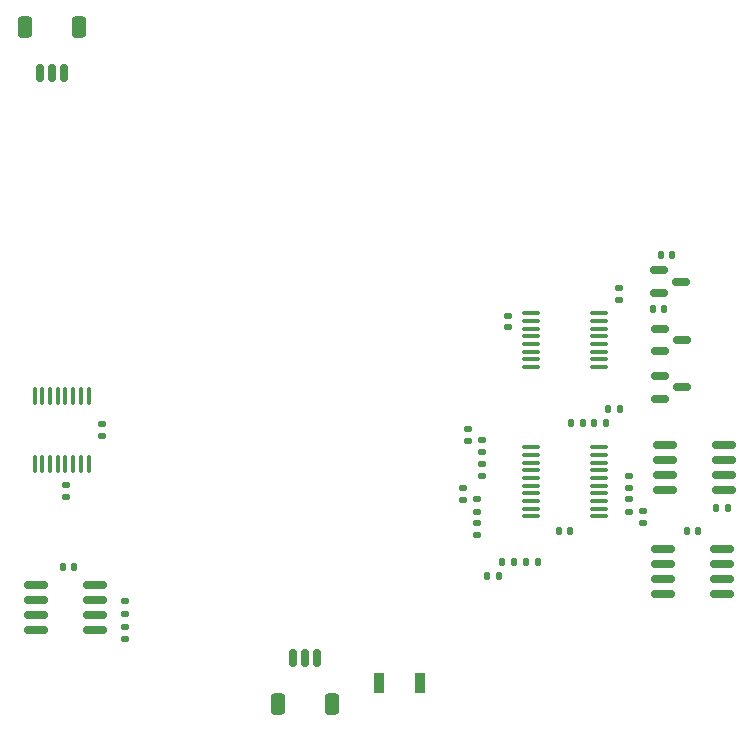
<source format=gtp>
%TF.GenerationSoftware,KiCad,Pcbnew,8.0.2*%
%TF.CreationDate,2024-09-15T12:36:31-05:00*%
%TF.ProjectId,Axis_MCU_V3,41786973-5f4d-4435-955f-56332e6b6963,rev?*%
%TF.SameCoordinates,Original*%
%TF.FileFunction,Paste,Top*%
%TF.FilePolarity,Positive*%
%FSLAX46Y46*%
G04 Gerber Fmt 4.6, Leading zero omitted, Abs format (unit mm)*
G04 Created by KiCad (PCBNEW 8.0.2) date 2024-09-15 12:36:31*
%MOMM*%
%LPD*%
G01*
G04 APERTURE LIST*
G04 Aperture macros list*
%AMRoundRect*
0 Rectangle with rounded corners*
0 $1 Rounding radius*
0 $2 $3 $4 $5 $6 $7 $8 $9 X,Y pos of 4 corners*
0 Add a 4 corners polygon primitive as box body*
4,1,4,$2,$3,$4,$5,$6,$7,$8,$9,$2,$3,0*
0 Add four circle primitives for the rounded corners*
1,1,$1+$1,$2,$3*
1,1,$1+$1,$4,$5*
1,1,$1+$1,$6,$7*
1,1,$1+$1,$8,$9*
0 Add four rect primitives between the rounded corners*
20,1,$1+$1,$2,$3,$4,$5,0*
20,1,$1+$1,$4,$5,$6,$7,0*
20,1,$1+$1,$6,$7,$8,$9,0*
20,1,$1+$1,$8,$9,$2,$3,0*%
G04 Aperture macros list end*
%ADD10RoundRect,0.100000X0.637500X0.100000X-0.637500X0.100000X-0.637500X-0.100000X0.637500X-0.100000X0*%
%ADD11RoundRect,0.140000X0.170000X-0.140000X0.170000X0.140000X-0.170000X0.140000X-0.170000X-0.140000X0*%
%ADD12RoundRect,0.150000X0.825000X0.150000X-0.825000X0.150000X-0.825000X-0.150000X0.825000X-0.150000X0*%
%ADD13RoundRect,0.135000X0.185000X-0.135000X0.185000X0.135000X-0.185000X0.135000X-0.185000X-0.135000X0*%
%ADD14RoundRect,0.150000X-0.587500X-0.150000X0.587500X-0.150000X0.587500X0.150000X-0.587500X0.150000X0*%
%ADD15RoundRect,0.135000X0.135000X0.185000X-0.135000X0.185000X-0.135000X-0.185000X0.135000X-0.185000X0*%
%ADD16RoundRect,0.100000X-0.100000X0.637500X-0.100000X-0.637500X0.100000X-0.637500X0.100000X0.637500X0*%
%ADD17RoundRect,0.135000X-0.135000X-0.185000X0.135000X-0.185000X0.135000X0.185000X-0.135000X0.185000X0*%
%ADD18RoundRect,0.140000X0.140000X0.170000X-0.140000X0.170000X-0.140000X-0.170000X0.140000X-0.170000X0*%
%ADD19RoundRect,0.150000X-0.825000X-0.150000X0.825000X-0.150000X0.825000X0.150000X-0.825000X0.150000X0*%
%ADD20RoundRect,0.140000X-0.140000X-0.170000X0.140000X-0.170000X0.140000X0.170000X-0.140000X0.170000X0*%
%ADD21RoundRect,0.135000X-0.185000X0.135000X-0.185000X-0.135000X0.185000X-0.135000X0.185000X0.135000X0*%
%ADD22RoundRect,0.150000X-0.150000X-0.625000X0.150000X-0.625000X0.150000X0.625000X-0.150000X0.625000X0*%
%ADD23RoundRect,0.250000X-0.350000X-0.650000X0.350000X-0.650000X0.350000X0.650000X-0.350000X0.650000X0*%
%ADD24RoundRect,0.100000X-0.637500X-0.100000X0.637500X-0.100000X0.637500X0.100000X-0.637500X0.100000X0*%
%ADD25RoundRect,0.150000X0.150000X0.625000X-0.150000X0.625000X-0.150000X-0.625000X0.150000X-0.625000X0*%
%ADD26RoundRect,0.250000X0.350000X0.650000X-0.350000X0.650000X-0.350000X-0.650000X0.350000X-0.650000X0*%
%ADD27R,0.900000X1.700000*%
G04 APERTURE END LIST*
D10*
%TO.C,U5*%
X124862500Y-72925000D03*
X124862500Y-72275000D03*
X124862500Y-71625000D03*
X124862500Y-70975000D03*
X124862500Y-70325000D03*
X124862500Y-69675000D03*
X124862500Y-69025000D03*
X124862500Y-68375000D03*
X124862500Y-67725000D03*
X124862500Y-67075000D03*
X119137500Y-67075000D03*
X119137500Y-67725000D03*
X119137500Y-68375000D03*
X119137500Y-69025000D03*
X119137500Y-69675000D03*
X119137500Y-70325000D03*
X119137500Y-70975000D03*
X119137500Y-71625000D03*
X119137500Y-72275000D03*
X119137500Y-72925000D03*
%TD*%
D11*
%TO.C,C1*%
X117200000Y-56880000D03*
X117200000Y-55920000D03*
%TD*%
D12*
%TO.C,U9*%
X135475000Y-70705000D03*
X135475000Y-69435000D03*
X135475000Y-68165000D03*
X135475000Y-66895000D03*
X130525000Y-66895000D03*
X130525000Y-68165000D03*
X130525000Y-69435000D03*
X130525000Y-70705000D03*
%TD*%
D13*
%TO.C,R17*%
X115000000Y-69510000D03*
X115000000Y-68490000D03*
%TD*%
%TO.C,R15*%
X113400000Y-71510000D03*
X113400000Y-70490000D03*
%TD*%
D14*
%TO.C,D1*%
X130062500Y-57050000D03*
X130062500Y-58950000D03*
X131937500Y-58000000D03*
%TD*%
D13*
%TO.C,R3*%
X79800000Y-71310000D03*
X79800000Y-70290000D03*
%TD*%
D15*
%TO.C,R7*%
X125510000Y-65000000D03*
X124490000Y-65000000D03*
%TD*%
D16*
%TO.C,U3*%
X81675000Y-62737500D03*
X81025000Y-62737500D03*
X80375000Y-62737500D03*
X79725000Y-62737500D03*
X79075000Y-62737500D03*
X78425000Y-62737500D03*
X77775000Y-62737500D03*
X77125000Y-62737500D03*
X77125000Y-68462500D03*
X77775000Y-68462500D03*
X78425000Y-68462500D03*
X79075000Y-68462500D03*
X79725000Y-68462500D03*
X80375000Y-68462500D03*
X81025000Y-68462500D03*
X81675000Y-68462500D03*
%TD*%
D13*
%TO.C,R18*%
X113800000Y-66510000D03*
X113800000Y-65490000D03*
%TD*%
D14*
%TO.C,D2*%
X130062500Y-61050000D03*
X130062500Y-62950000D03*
X131937500Y-62000000D03*
%TD*%
D17*
%TO.C,R8*%
X122490000Y-65000000D03*
X123510000Y-65000000D03*
%TD*%
D15*
%TO.C,R4*%
X119740000Y-76800000D03*
X118720000Y-76800000D03*
%TD*%
D18*
%TO.C,C4*%
X133280000Y-74200000D03*
X132320000Y-74200000D03*
%TD*%
D19*
%TO.C,U8*%
X77250000Y-78730000D03*
X77250000Y-80000000D03*
X77250000Y-81270000D03*
X77250000Y-82540000D03*
X82200000Y-82540000D03*
X82200000Y-81270000D03*
X82200000Y-80000000D03*
X82200000Y-78730000D03*
%TD*%
D20*
%TO.C,C9*%
X129457500Y-55400000D03*
X130417500Y-55400000D03*
%TD*%
D21*
%TO.C,R16*%
X115000000Y-66490000D03*
X115000000Y-67510000D03*
%TD*%
D12*
%TO.C,U4*%
X135275000Y-79505000D03*
X135275000Y-78235000D03*
X135275000Y-76965000D03*
X135275000Y-75695000D03*
X130325000Y-75695000D03*
X130325000Y-76965000D03*
X130325000Y-78235000D03*
X130325000Y-79505000D03*
%TD*%
D21*
%TO.C,R2*%
X84725000Y-80125000D03*
X84725000Y-81145000D03*
%TD*%
D14*
%TO.C,U7*%
X130000000Y-52100000D03*
X130000000Y-54000000D03*
X131875000Y-53050000D03*
%TD*%
D11*
%TO.C,C2*%
X126600000Y-54560000D03*
X126600000Y-53600000D03*
%TD*%
D13*
%TO.C,R14*%
X114600000Y-74510000D03*
X114600000Y-73490000D03*
%TD*%
D21*
%TO.C,R12*%
X128600000Y-72490000D03*
X128600000Y-73510000D03*
%TD*%
D15*
%TO.C,R6*%
X116400000Y-78000000D03*
X115380000Y-78000000D03*
%TD*%
D21*
%TO.C,R13*%
X114600000Y-71490000D03*
X114600000Y-72510000D03*
%TD*%
D18*
%TO.C,C10*%
X135800000Y-72200000D03*
X134840000Y-72200000D03*
%TD*%
%TO.C,C7*%
X80480000Y-77200000D03*
X79520000Y-77200000D03*
%TD*%
D22*
%TO.C,J1*%
X99000000Y-84925000D03*
X100000000Y-84925000D03*
X101000000Y-84925000D03*
D23*
X97700000Y-88800000D03*
X102300000Y-88800000D03*
%TD*%
D24*
%TO.C,U2*%
X119137500Y-55725000D03*
X119137500Y-56375000D03*
X119137500Y-57025000D03*
X119137500Y-57675000D03*
X119137500Y-58325000D03*
X119137500Y-58975000D03*
X119137500Y-59625000D03*
X119137500Y-60275000D03*
X124862500Y-60275000D03*
X124862500Y-59625000D03*
X124862500Y-58975000D03*
X124862500Y-58325000D03*
X124862500Y-57675000D03*
X124862500Y-57025000D03*
X124862500Y-56375000D03*
X124862500Y-55725000D03*
%TD*%
D21*
%TO.C,R11*%
X127400000Y-69490000D03*
X127400000Y-70510000D03*
%TD*%
D20*
%TO.C,C8*%
X130120000Y-50800000D03*
X131080000Y-50800000D03*
%TD*%
D25*
%TO.C,J4*%
X79600000Y-35400000D03*
X78600000Y-35400000D03*
X77600000Y-35400000D03*
D26*
X80900000Y-31525000D03*
X76300000Y-31525000D03*
%TD*%
D13*
%TO.C,R10*%
X127400000Y-72510000D03*
X127400000Y-71490000D03*
%TD*%
D20*
%TO.C,C5*%
X121520000Y-74200000D03*
X122480000Y-74200000D03*
%TD*%
D27*
%TO.C,SW1*%
X109700000Y-87000000D03*
X106300000Y-87000000D03*
%TD*%
D13*
%TO.C,R1*%
X84725000Y-83345000D03*
X84725000Y-82325000D03*
%TD*%
D17*
%TO.C,R5*%
X116720000Y-76800000D03*
X117740000Y-76800000D03*
%TD*%
D11*
%TO.C,C3*%
X82800000Y-66080000D03*
X82800000Y-65120000D03*
%TD*%
D17*
%TO.C,R9*%
X125690000Y-63800000D03*
X126710000Y-63800000D03*
%TD*%
M02*

</source>
